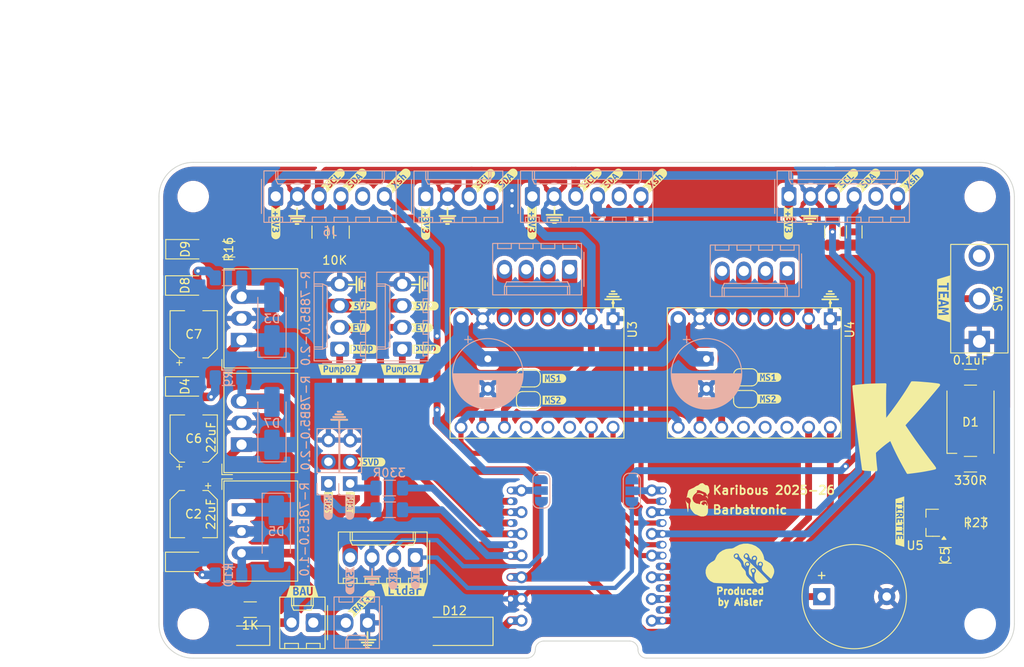
<source format=kicad_pcb>
(kicad_pcb (version 20241229) (generator "pcbnew") (generator_version "9.0")
  (layers (0 "F.Cu" signal "Front") (2 "B.Cu" signal "Back") (13 "F.Paste" user) (15 "B.Paste" user) (5 "F.SilkS" user "F.Silkscreen") (7 "B.SilkS" user "B.Silkscreen") (1 "F.Mask" user) (3 "B.Mask" user) (25 "Edge.Cuts" user))
  (net 0 "")
  (net 1 "GND")
  (net 2 "Net-(D2-A)")
  (net 3 "+5VP")
  (net 4 "+3.3V")
  (net 5 "Net-(D8-A)")
  (net 6 "Net-(D9-A)")
  (net 8 "Net-(D1-DIN)")
  (net 9 "RX")
  (net 10 "TX")
  (net 11 "Tirette")
  (net 12 "Net-(D12-K)")
  (net 13 "LED_Status")
  (net 14 "+5VL")
  (net 15 "Color_Team")
  (net 16 "SCL")
  (net 17 "SDA")
  (net 18 "+5VD")
  (net 19 "XSHUT_RIGHT")
  (net 20 "XSHUT_LEFT")
  (net 21 "LeftDir")
  (net 22 "LeftStep")
  (net 23 "LeftMS2")
  (net 24 "LeftMS1")
  (net 25 "EnDriver")
  (net 26 "RightDir")
  (net 27 "RightStep")
  (net 28 "+BATT")
  (net 29 "Net-(J2-Pin_1)")
  (net 30 "Net-(J3-Pin_1)")
  (net 31 "Servo01")
  (net 32 "Servo02")
  (net 35 "XSHUT_CENTER")
  (net 36 "+9V")
  (net 37 "Buzzer")
  (net 39 "Net-(J13-Pin_4)")
  (net 40 "Net-(J13-Pin_1)")
  (net 41 "Net-(J13-Pin_2)")
  (net 42 "Net-(J13-Pin_3)")
  (net 43 "Net-(J14-Pin_1)")
  (net 44 "Net-(J14-Pin_2)")
  (net 45 "Net-(J14-Pin_4)")
  (net 46 "Net-(J14-Pin_3)")
  (net 47 "Net-(JP1-C)")
  (net 48 "Net-(JP4-C)")
  (net 50 "Net-(D4-A)")
  (net 51 "Net-(D6-A)")
  (net 58 "RightMS1")
  (net 59 "RightMS2")
  (net 60 "S_EV_01")
  (net 61 "S_PUMP_01")
  (net 62 "S_PUMP_02")
  (net 63 "S_EV_02")
  (footprint "MountingHole:MountingHole_3.2mm_M3" (layer "F.Cu") (at 84 119)
    (property "Reference" "H2" (hide yes))
    (property "Value" "MountingHole")
  )
  (footprint "LOGO" (layer "F.Cu") (at 104.384 120.88)
    (property "Reference" "G***" (hide yes))
    (property "Value" "LOGO" (hide yes))
  )
  (footprint "LOGO" (layer "F.Cu") (at 147.945 111.99)
    (property "Reference" "G***" (hide yes))
    (property "Value" "LOGO" (hide yes))
  )
  (footprint "MountingHole:MountingHole_3.2mm_M3" (layer "F.Cu") (at 84 69)
    (property "Reference" "H4" (hide yes))
    (property "Value" "MountingHole")
  )
  (footprint "kibuzzard-6998F8A6" (layer "F.Cu") (at 111.060989 81.797023)
    (property "Reference" "kibuzzard-6998F8A6" (hide yes))
    (property "Value" "G***" (hide yes))
  )
  (footprint "TMC2209_SILENTSTEPSTICK:MODULE_TMC2209_SILENTSTEPSTICK" (layer "F.Cu") (at 124.196 89.638 -90)
    (property "Reference" "U3")
    (property "Value" "TMC2209_SILENTSTEPSTICK")
  )
  (footprint "MountingHole:MountingHole_3.2mm_M3" (layer "F.Cu") (at 176 119)
    (property "Reference" "H1" (hide yes))
    (property "Value" "MountingHole")
  )
  (footprint "Converter_DCDC:Converter_DCDC_RECOM_R-78B-2.0_THT" (layer "F.Cu") (at 89.652 98.02 90)
    (property "Reference" "U6" (hide yes))
    (property "Value" "R-78B5.0-2.0")
  )
  (footprint "kibuzzard-670C047F" (layer "F.Cu") (at 103.749 116.562 45)
    (property "Reference" "kibuzzard-670C047F" (hide yes))
    (property "Value" "G***" (hide yes))
  )
  (footprint "kibuzzard-6998FAED" (layer "F.Cu") (at 102.950908 67.042488 45)
    (property "Reference" "kibuzzard-6998FAED" (hide yes))
    (property "Value" "G***" (hide yes))
  )
  (footprint "Capacitor_SMD:CP_Elec_5x5.4" (layer "F.Cu") (at 84.064 106.148 -90)
    (property "Reference" "C2")
    (property "Value" "22uF")
  )
  (footprint "Converter_DCDC:Converter_DCDC_RECOM_R-78E-0.5_THT" (layer "F.Cu") (at 89.652 105.640001 -90)
    (property "Reference" "U1" (hide yes))
    (property "Value" "R-78E5.0-1.0")
  )
  (footprint "Connector_Molex:Molex_KK-254_AE-6410-04A_1x04_P2.54mm_Vertical" (layer "F.Cu") (at 109.972 111.228 180)
    (property "Reference" "J11" (hide yes))
    (property "Value" "Conn_01x04")
  )
  (footprint "Diode_SMD:D_SMA_Handsoldering" (layer "F.Cu") (at 114.544 119.864 180)
    (property "Reference" "D12")
    (property "Value" "SS14")
  )
  (footprint "kibuzzard-670C04A5" (layer "F.Cu") (at 153.578503 72.078018 -90)
    (property "Reference" "kibuzzard-670C04A5" (hide yes))
    (property "Value" "G***" (hide yes))
  )
  (footprint "kibuzzard-6998F8EA" (layer "F.Cu") (at 101.127478 89.257)
    (property "Reference" "kibuzzard-6998F8EA" (hide yes))
    (property "Value" "G***" (hide yes))
  )
  (footprint "kibuzzard-670C04A5" (layer "F.Cu") (at 111.172077 72.132591 -90)
    (property "Reference" "kibuzzard-670C04A5" (hide yes))
    (property "Value" "G***" (hide yes))
  )
  (footprint "kibuzzard-6998FB46" (layer "F.Cu") (at 108.070237 67.070049 45)
    (property "Reference" "kibuzzard-6998FB46" (hide yes))
    (property "Value" "G***" (hide yes))
  )
  (footprint "LED_SMD:LED_1206_3216Metric" (layer "F.Cu") (at 90.668 120.372 180)
    (property "Reference" "D2" (hide yes))
    (property "Value" "Red")
  )
  (footprint "Resistor_SMD:R_1206_3216Metric_Pad1.30x1.75mm_HandSolder" (layer "F.Cu") (at 90.668 117.324)
    (property "Reference" "R8" (hide yes))
    (property "Value" "1K")
  )
  (footprint "kibuzzard-6998FA9D" (layer "F.Cu") (at 117.984533 67.079407 45)
    (property "Reference" "kibuzzard-6998FA9D" (hide yes))
    (property "Value" "G***" (hide yes))
  )
  (footprint "kibuzzard-6998FAED" (layer "F.Cu") (at 120.603908 67.042488 45)
    (property "Reference" "kibuzzard-6998FAED" (hide yes))
    (property "Value" "G***" (hide yes))
  )
  (footprint "kibuzzard-6998FA9D" (layer "F.Cu") (at 130.438487 67.006577 45)
    (property "Reference" "kibuzzard-6998FA9D" (hide yes))
    (property "Value" "G***" (hide yes))
  )
  (footprint "kibuzzard-6998F9AD" (layer "F.Cu") (at 104.833922 100.052)
    (property "Reference" "kibuzzard-6998F9AD" (hide yes))
    (property "Value" "G***" (hide yes))
  )
  (footprint "Jumper:SolderJumper-2_P1.3mm_Open_RoundedPad1.0x1.5mm" (layer "F.Cu") (at 148.58 90.146 180)
    (property "Reference" "JP5" (hide yes))
    (property "Value" "SolderJumper_2_Open" (hide yes))
  )
  (footprint "Resistor_SMD:R_1206_3216Metric_Pad1.30x1.75mm_HandSolder" (layer "F.Cu") (at 161.28 73.128 90)
    (property "Reference" "R4" (hide yes))
    (property "Value" "10K" (hide yes))
  )
  (footprint "LOGO" (layer "F.Cu") (at 113.730307 71.290505)
    (property "Reference" "G***" (hide yes))
    (property "Value" "LOGO" (hide yes))
  )
  (footprint "kibuzzard-6998FE5D" (layer "F.Cu") (at 126.228 90.273)
    (property "Reference" "kibuzzard-6998FE5D" (hide yes))
    (property "Value" "G***" (hide yes))
  )
  (footprint "Buzzer_Beeper:Buzzer_12x9.5RM7.6" (layer "F.Cu") (at 157.48 115.8)
    (property "Reference" "BZ1" (hide yes))
    (property "Value" "Buzzer")
  )
  (footprint "Resistor_SMD:R_1206_3216Metric_Pad1.30x1.75mm_HandSolder" (layer "F.Cu") (at 175.504 107.164 -90)
    (property "Reference" "R23")
    (property "Value" "10K")
  )
  (footprint "Capacitor_SMD:CP_Elec_5x5.4" (layer "F.Cu") (at 84.064 97.3065 90)
    (property "Reference" "C6")
    (property "Value" "22uF")
  )
  (footprint "Connector_Molex:Molex_KK-254_AE-6410-02A_1x02_P2.54mm_Vertical" (layer "F.Cu") (at 98.039 118.848 180)
    (property "Reference" "J15" (hide yes))
    (property "Value" "BAU")
  )
  (footprint "Jumper:SolderJumper-2_P1.3mm_Open_RoundedPad1.0x1.5mm" (layer "F.Cu") (at 148.58 92.686 180)
    (property "Reference" "JP6" (hide yes))
    (property "Value" "SolderJumper_2_Open" (hide yes))
  )
  (footprint "LOGO" (layer "F.Cu") (at 110.501689 79.280629 90)
    (property "Reference" "G***" (hide yes))
    (property "Value" "LOGO" (hide yes))
  )
  (footprint "LOGO" (layer "F.Cu") (at 142.940124 104.473433)
    (property "Reference" "G***" (hide yes))
    (property "Value" "LOGO" (hide yes))
  )
  (footprint "kibuzzard-6998FA9D" (layer "F.Cu") (at 160.422201 67.052792 45)
    (property "Reference" "kibuzzard-6998FA9D" (hide yes))
    (property "Value" "G***" (hide yes))
  )
  (footprint "kibuzzard-6998F954" (layer "F.Cu") (at 99.812 105.005 -90)
    (property "Reference" "kibuzzard-6998F954" (hide yes))
    (property "Value" "G***" (hide yes))
  )
  (footprint "LED_SMD:LED_1206_3216Metric" (layer "F.Cu") (at 83.048 111.736)
    (property "Reference" "D6" (hide yes))
    (property "Value" "Green")
  )
  (footprint "LED_SMD:LED_1206_3216Metric" (layer "F.Cu") (at 83.048 91.2105)
    (property "Reference" "D4")
    (property "Value" "Green")
  )
  (footprint "Package_TO_SOT_SMD:SOT-23_Handsoldering" (layer "F.Cu") (at 170.424 107.164 180)
    (property "Reference" "U5")
    (property "Value" "DRV5023")
  )
  (footprint "kibuzzard-6998FE5D" (layer "F.Cu") (at 151.374 90.146)
    (property "Reference" "kibuzzard-6998FE5D" (hide yes))
    (property "Value" "G***" (hide yes))
  )
  (footprint "kibuzzard-6998F8A6" (layer "F.Cu") (at 103.821989 81.797023)
    (property "Reference" "kibuzzard-6998F8A6" (hide yes))
    (property "Value" "G***" (hide yes))
  )
  (footprint "xiao ESP32S3 Plus_PCB:MOUDLE23P-SMD-2.54-21X17.8MM.kicad_mod.kicad_sym" (layer "F.Cu") (at 130 111 -90)
    (property "Reference" "U2" (hide yes))
    (property "Value" "XIAO-HALF-HOLE-23P" (hide yes))
  )
  (footprint "LOGO" (layer "F.Cu") (at 158.471234 81.001015 180)
    (property "Reference" "G***" (hide yes))
    (property "Value" "LOGO" (hide yes))
  )
  (footprint "kibuzzard-6998FAED" (layer "F.Cu") (at 162.987371 67.041414 45)
    (property "Reference" "kibuzzard-6998FAED" (hide yes))
    (property "Value" "G***" (hide yes))
  )
  (footprint "LED_SMD:LED_1206_3216Metric" (layer "F.Cu") (at 83.074001 75.16)
    (property "Reference" "D9")
    (property "Value" "Green")
  )
  (footprint "Resistor_SMD:R_1206_3216Metric_Pad1.30x1.75mm_HandSolder" (layer "F.Cu") (at 158.74 73.128 90)
    (property "Reference" "R2" (hide yes))
    (property "Value" "10K" (hide yes))
  )
  (footprint "kibuzzard-6998FA9D" (layer "F.Cu") (at 100.410908 67.042488 45)
    (property "Reference" "kibuzzard-6998FA9D" (hide yes))
    (property "Value" "G***" (hide yes))
  )
  (footprint "Jumper:SolderJumper-2_P1.3mm_Open_RoundedPad1.0x1.5mm" (layer "F.Cu") (at 123.192 90.27 180)
    (property "Reference" "JP2" (hide yes))
    (property "Value" "SolderJumper_2_Open" (hide yes))
  )
  (footprint "Resistor_SMD:R_1206_3216Metric_Pad1.30x1.75mm_HandSolder" (layer "F.Cu") (at 88.154001 75.16)
    (property "Reference" "R16")
    (property "Value" "1K")
  )
  (footprint "kibuzzard-6998FE66" (layer "F.Cu") (at 151.374 92.686)
    (property "Reference" "kibuzzard-6998FE66" (hide yes))
    (property "Value" "G***" (hide yes))
  )
  (footprint "kibuzzard-6998F94E" (layer "F.Cu") (at 102.36953 105.012753 -90)
    (property "Reference" "kibuzzard-6998F94E" (hide yes))
    (property "Value" "G***" (hide yes))
  )
  (footprint "TMC2209_SILENTSTEPSTICK:MODULE_TMC2209_SILENTSTEPSTICK" (layer "F.Cu") (at 149.596 89.638 -90)
    (property "Reference" "U4")
    (property "Value" "TMC2209_SILENTSTEPSTICK")
  )
  (footprint "LOGO" (layer "F.Cu") (at 156.084438 71.290438)
    (property "Reference" "G***" (hide yes))
    (property "Value" "LOGO" (hide yes))
  )
  (footprint "kibuzzard-6998F92F" (layer "F.Cu") (at 111.284555 86.849514)
    (property "Reference" "kibuzzard-6998F92F" (hide yes))
    (property "Value" "G***" (hide yes))
  )
  (footprint "Resistor_SMD:R_1206_3216Metric_Pad1.30x1.75mm_HandSolder" (layer "F.Cu") (at 98.796 73.154001 90)
    (property "Reference" "R1" (hide yes))
    (property "Value" "10K")
  )
  (footprint "kibuzzard-6998F900" (layer "F.Cu") (at 103.396296 84.337023)
    (property "Reference" "kibuzzard-6998F900" (hide yes))
    (property "Value" "G***" (hide yes))
  )
  (footprint "kibuzzard-6998F8DE" (layer "F.Cu") (at 108.448 89.257)
    (property "Reference" "kibuzzard-6998F8DE" (hide yes))
    (property "Value" "G***" (hide yes))
  )
  (footprint "kibuzzard-670C04A5" (layer "F.Cu") (at 123.610191 72.068599 -90)
    (property "Reference" "kibuzzard-670C04A5" (hide yes))
    (property "Value" "G***" (hide yes))
  )
  (footprint "Capacitor_SMD:CP_Elec_5x5.4" (layer "F.Cu") (at 84.064 85.1145 90)
    (property "Reference" "C7")
    (property "Value" "22uF")
  )
  (footprint "LED_SMD:LED_WS2812B_PLCC4_5.0x5.0mm_P3.2mm" (layer "F.Cu") (at 174.87 95.39 -90)
    (property "Reference" "D1")
    (property "Value" "WS2812B")
  )
  (footprint "Capacitor_SMD:C_1206_3216Metric" (layer "F.Cu") (at 174.87 90.15)
    (property "Reference" "C1")
    (property "Value" "0.1uF")
  )
  (footprint "LOGO" (layer "F.Cu") (at 101.082 95.099 180)
    (property "Reference" "G***" (hide yes))
    (property "Value" "LOGO" (hide yes))
  )
  (footprint "Resistor_SMD:R_1206_3216Metric_Pad1.30x1.75mm_HandSolder" (layer "F.Cu") (at 174.87 100.31 180)
    (property "Reference" "R7" (hide yes))
    (property "Value" "330R")
  )
  (footprint "kibuzzard-6998F92F" (layer "F.Cu") (at 103.918555 86.849514)
    (property "Reference" "kibuzzard-6998F92F" (hide yes))
    (property "Value" "G***" (hide yes))
  )
  (footprint "kibuzzard-6998F5D7" (layer "F.Cu") (at 96.764 115.165)
    (property "Reference" "kibuzzard-6998F5D7" (hide yes))
    (property "Value" "G***" (hide yes))
  )
  (footprint "Jumper:SolderJumper-2_P1.3mm_Open_RoundedPad1.0x1.5mm" (layer "F.Cu") (at 123.192 92.81 180)
    (property "Reference" "JP3" (hide yes))
    (property "Value" "SolderJumper_2_Open")
  )
  (footprint "kibuzzard-670C0507" (layer "F.Cu") (at 171.727678 80.972729 -90)
    (property "Reference" "kibuzzard-670C0507" (hide yes))
    (property "Value" "G***" (hide yes))
  )
  (footprint "Converter_DCDC:Converter_DCDC_RECOM_R-78B-2.0_THT" (layer "F.Cu") (at 89.652 85.788 90)
    (property "Reference" "U7" (hide yes))
    (property "Value" "R-78B5.0-2.0")
  )
  (footprint "LOGO" (layer "F.Cu") (at 103.116838 79.294429 90)
    (property "Reference" "G***" (hide yes))
    (property "Value" "LOGO" (hide yes))
  )
  (footprint "footprints:SK-12D10 1P2T" (layer "F.Cu") (at 175.906 80.946 90)
    (property "Reference" "SW3")
    (property "Value" "SW_SPDT")
  )
  (footprint "kibuzzard-670C23C9" (layer "F.Cu") (at 166.614 107.037 -90)
    (property "Reference" "kibuzzard-670C23C9" (hide yes))
    (property "Value" "G***" (hide yes))
  )
  (footprint "kibuzzard-6998F5BE" (layer "F.Cu") (at 108.702 115.038)
    (property "Reference" "kibuzzard-6998F5BE" (hide yes))
    (property "Value" "G***" (hide yes))
  )
  (footprint "LOGO" (layer "F.Cu") (at 126.239438 71.163438)
    (property "Reference" "G***" (hide yes))
    (property "Value" "LOGO" (hide yes))
  )
  (footprint "Resistor_SMD:R_1206_3216Metric_Pad1.30x1.75mm_HandSolder" (layer "F.Cu") (at 101.336 73.154001 90)
    (property "Reference" "R3" (hide yes))
    (property "Value" "10K")
  )
  (footprint "Capacitor_SMD:C_1206_3216Metric_Pad1.33x1.80mm_HandSolder" (layer "F.Cu") (at 171.914 110.974 180)
    (property "Reference" "C5")
    (property "Value" "0.1uF")
  )
  (footprint "LOGO" (layer "F.Cu") (at 133.086 81.002 180)
    (property "Reference" "G***" (hide yes))
    (property "Value" "LOGO" (hide yes))
  )
  (footprint "kibuzzard-670C04A5" (layer "F.Cu") (at 93.654367 72.051068 -90)
    (property "Reference" "kibuzzard-670C04A5" (hide yes))
    (property "Value" "G***" (hide yes))
  )
  (footprint "kibuzzard-6998F900" (layer "F.Cu") (at 110.762296 84.337023)
    (property "Reference" "kibuzzard-6998F900" (hide yes))
    (property "Value" "G***" (hide yes))
  )
  (footprint "kibuzzard-6998FB46" (layer "F.Cu") (at 168.044112 67.06512 45)
    (property "Reference" "kibuzzard-6998FB46" (hide yes))
    (property "Value" "G***" (hide yes))
  )
  (footprint "MountingHole:MountingHole_3.2mm_M3" (layer "F.Cu") (at 176 69)
    (property "Reference" "H3" (hide yes))
    (property "Value" "MountingHole")
  )
  (footprint "LOGO" (layer "F.Cu") (at 96.140438 71.290438)
    (property "Reference" "G***" (hide yes))
    (property "Value" "LOGO" (hide yes))
  )
  (footprint "kibuzzard-6998FAED" (layer "F.Cu") (at 132.922908 67.042488 45)
    (property "Reference" "kibuzzard-6998FAED" (hide yes))
    (property "Value" "G***" (hide yes))
  )
  (footprint "LED_SMD:LED_1206_3216Metric" (layer "F.Cu") (at 83.048 79.402499)
    (property "Reference" "D8")
    (property "Value" "Green")
  )
  (footprint "kibuzzard-6998FE66" (layer "F.Cu") (at 126.228 92.813)
    (property "Reference" "kibuzzard-6998FE66" (hide yes))
    (property "Value" "G***" (hide yes))
  )
  (footprint "kibuzzard-6998FB46" (layer "F.Cu") (at 138.052718 67.06512 45)
    (property "Reference" "kibuzzard-6998FB46" (hide yes))
    (property "Value" "G***" (hide yes))
  )
  (footprint "Connector_Molex:Molex_KK-254_AE-6410-06A_1x06_P2.54mm_Vertical" (layer "B.Cu") (at 123.65 68.98)
    (property "Reference" "J5" (hide yes))
    (property "Value" "Sensor_Center")
  )
  (footprint "LOGO" (layer "B.Cu") (at 101.054435 95.062131)
    (property "Reference" "G***" (hide yes))
    (property "Value" "LOGO" (hide yes))
  )
  (footprint "Connector_Molex:Molex_KK-254_AE-6410-04A_1x04_P2.54mm_Vertical" (layer "B.Cu") (at 101.126 86.844 90)
    (property "Reference" "J8" (hide yes))
    (property "Value" "Conn_01x04")
  )
  (footprint "Jumper:SolderJumper-3_P1.3mm_Open_RoundedPad1.0x1.5mm_NumberLabels" (layer "B.Cu") (at 135.282447 103.419919 -90)
    (property "Reference" "JP1" (hide yes))
    (property "Value" "SolderJumper_3_Open")
  )
  (footprint "Capacitor_THT:CP_Radial_D8.0mm_P3.50mm" (layer "B.Cu") (at 118.446 87.985349 -90)
    (property "Reference" "C3" (hide yes))
    (property "Value" "100uF" (hide yes))
  )
  (footprint "Connector_Molex:Molex_KK-254_AE-6410-06A_1x06_P2.54mm_Vertical" (layer "B.Cu") (at 93.65 68.98)
    (property "Reference" "J6")
    (property "Value" "Sensor_LEFT")
  )
  (footprint "Jumper:SolderJumper-3_P1.3mm_Open_RoundedPad1.0x1.5mm_NumberLabels" (layer "B.Cu") (at 124.704 103.392725 90)
    (property "Reference" "JP4" (hide yes))
    (property "Value" "SolderJumper_3_Open")
  )
  (footprint "Resistor_SMD:R_1206_3216Metric_Pad1.30x1.75mm_HandSolder" (layer "B.Cu") (at 88.128 113.26)
    (property "Reference" "R10")
    (property "Value" "1K")
  )
  (footprint "Connector_Molex:Molex_KK-254_AE-6410-04A_1x04_P2.54mm_Vertical" (layer "B.Cu") (at 111.19 69)
    (property "Reference" "J12" (hide yes))
    (property "Value" "OLED")
  )
  (footprint "kibuzzard-6998F9AD" (layer "B.Cu") (at 102.32342 113.915023 -90)
    (property "Reference" "kibuzzard-6998F9AD" (hide yes))
    (property "Value" "G***" (hide yes))
  )
  (footprint "Diode_SMD:D_SMA_Handsoldering" (layer "B.Cu") (at 93.208 83.2905 90)
    (property "Reference" "D3")
    (property "Value" "D_Small")
  )
  (footprint "Connector_PinHeader_2.54mm:PinHeader_1x03_P2.54mm_Vertical" (layer "B.Cu") (at 99.812 102.562)
    (property "Reference" "J3" (hide yes))
    (property "Value" "Servo")
  )
  (footprint "Connector_PinHeader_2.54mm:PinHeader_1x03_P2.54mm_Vertical" (layer "B.Cu") (at 102.352 102.577)
    (property "Reference" "J2" (hide yes))
    (property "Value" "Servo")
  )
  (footprint "kibuzzard-670C07A3" (layer "B.Cu") (at 109.972 113.641 -90)
    (property "Reference" "kibuzzard-670C07A3" (hide yes))
    (property "Value" "G***" (hide yes))
  )
  (footprint "Capacitor_THT:CP_Radial_D8.0mm_P3.50mm" (layer "B.Cu") (at 144.008 87.985349 -90)
    (property "Reference" "C4" (hide yes))
    (property "Value" "100uF" (hide yes))
  )
  (footprint "Resistor_SMD:R_1206_3216Metric_Pad1.30x1.75mm_HandSolder" (layer "B.Cu") (at 88.128 90.1945)
    (property "Reference" "R9")
    (property "Value" "1K")
  )
  (footprint "Diode_SMD:D_SMA_Handsoldering" (layer "B.Cu") (at 93.716 108.22 -90)
    (property "Reference" "D5")
    (property "Value" "D_Small")
  )
  (footprint "Diode_SMD:D_SMA_Handsoldering" (layer "B.Cu") (at 93.208 95.5225 90)
    (property "Reference" "D7")
    (property "Value" "D_Small")
  )
  (footprint "Connector_Molex:Molex_KK-254_AE-6410-04A_1x04_P2.54mm_Vertical" (layer "B.Cu") (at 108.448 86.844 90)
    (property "Reference" "J7" (hide yes))
    (property "Value" "Conn_01x04")
  )
  (footprint "kibuzzard-670C0798" (layer "B.Cu") (at 107.358347 113.682707 -90)
    (property "Reference" "kibuzzard-670C0798" (hide yes))
    (property "Value" "G***" (hide yes))
  )
  (footprint "Resistor_SMD:R_1206_3216Metric_Pad1.30x1.75mm_HandSolder" (layer "B.Cu") (at 106.924 105.64 180)
    (property "Reference" "R6" (hide yes))
    (property "Value" "330R")
  )
  (footprint "LOGO" (layer "B.Cu") (at 104.915954 113.485771 180)
    (property "Reference" "G***" (hide yes))
    (property "Value" "LOGO" (hide yes))
  )
  (footprint "Connector_Molex:Molex_KK-254_AE-6410-02A_1x02_P2.54mm_Vertical" (layer "B.Cu") (at 104.389 118.868 180)
    (property "Reference" "J1" (hide yes))
    (property "Value" "Con_Batt")
  )
  (footprint "Resistor_SMD:R_1206_3216Metric_Pad1.30x1.75mm_HandSolder" (layer "B.Cu") (at 88.128 78.5105)
    (property "Reference" "R15" (hide yes))
    (property "Value" "1K")
  )
  (footprint "Connector_Molex:Molex_KK-254_AE-6410-04A_1x04_P2.54mm_Vertical" (layer "B.Cu") (at 153.452 77.7 180)
    (property "Reference" "J14" (hide yes))
    (property "Value" "LeftMotor")
  )
  (footprint "Resistor_SMD:R_1206_3216Metric_Pad1.30x1.75mm_HandSolder" (layer "B.Cu") (at 106.924 103.1 180)
    (property "Reference" "R5" (hide yes))
    (property "Value" "330R")
  )
  (footprint "kibuzzard-6998F94E" (layer "B.Cu") (at 102.30264 105.356718 -90)
    (property "Reference" "kibuzzard-6998F94E" (hide yes))
    (property "Value" "G***" (hide yes))
  )
  (footprint "kibuzzard-6998F954" (layer "B.Cu") (at 99.787046 105.379035 -90)
    (property "Reference" "kibuzzard-6998F954" (hide yes))
    (property "Value" "G***" (hide yes))
  )
  (footprint "Connector_Molex:Molex_KK-254_AE-6410-06A_1x06_P2.54mm_Vertical" (layer "B.Cu") (at 153.65 68.98)
    (property "Reference" "J4" (hide yes))
    (property "Value" "Sensor_RIGHT")
  )
  (footprint "Connector_Molex:Molex_KK-254_AE-6410-04A_1x04_P2.54mm_Vertical" (layer "B.Cu") (at 128.010707 77.513039 180)
    (property "Reference" "J13" (hide yes))
    (property "Value" "RightMotor")
  )
  (gr_poly (pts (xy 167.263627 100.847869) (xy 167.059756 100.484455) (xy 166.855347 100.109194) (xy 166.653074 99.727352) (xy 166.455615 99.344194) (xy 166.265644 98.964986) (xy 166.08584 98.594995) (xy 165.918876 98.239485) (xy 165.76743 97.903723) (xy 165.549682 97.409453) (xy 165.310683 97.576007) (xy 165.144678 97.694426) (xy 164.973304 97.82195) (xy 164.797867 97.957516) (xy 164.619673 98.100063) (xy 164.440028 98.248528) (xy 164.260239 98.401849) (xy 164.081612 98.558963) (xy 163.905452 98.718809) (xy 163.68592 98.921189) (xy 163.691658 99.148137) (xy 163.697295 99.280656) (xy 163.70806 99.454155) (xy 163.740888 99.876299) (xy 163.781973 100.318985) (xy 163.80306 100.518161) (xy 163.823147 100.686627) (xy 163.830585 100.748152) (xy 163.836625 100.806105) (xy 163.841198 100.859178) (xy 163.844236 100.906064) (xy 163.845672 100.945453) (xy 163.845438 100.976038) (xy 163.844674 100.987621) (xy 163.843466 100.996512) (xy 163.841808 101.002547) (xy 163.839689 101.005565) (xy 163.822516 101.007874) (xy 163.783067 101.008611) (xy 163.648705 101.005953) (xy 163.237656 100.988201) (xy 162.78834 100.961666) (xy 162.606144 100.948029) (xy 162.482557 100.935706) (xy 162.321353 100.914742) (xy 162.180062 99.893237) (xy 162.025389 98.742573) (xy 161.865198 97.49351) (xy 161.712328 96.248349) (xy 161.57962 95.109391) (xy 161.329227 92.723196) (xy 161.224152 91.652401) (xy 161.186484 91.200067) (xy 161.22408 91.192782) (xy 161.320553 91.179471) (xy 161.641238 91.140469) (xy 162.050751 91.094445) (xy 162.451303 91.052789) (xy 162.563936 91.043381) (xy 162.708531 91.033911) (xy 163.069644 91.015812) (xy 163.486719 91.000547) (xy 163.911831 90.990171) (xy 164.913424 90.972602) (xy 164.888923 91.398716) (xy 164.873028 92.165904) (xy 164.870389 93.350105) (xy 164.87964 94.474207) (xy 164.888297 94.864622) (xy 164.899414 95.061096) (xy 164.92364 95.218042) (xy 165.355864 94.661375) (xy 165.714456 94.192275) (xy 166.068106 93.715314) (xy 166.414041 93.234526) (xy 166.749491 92.753945) (xy 167.071681 92.277604) (xy 167.377841 91.809537) (xy 167.665198 91.353779) (xy 167.93098 90.914362) (xy 168.031598 90.744111) (xy 168.210241 90.744111) (xy 168.51296 90.753511) (xy 168.926394 90.778843) (xy 169.903122 90.860096) (xy 170.375277 90.907411) (xy 170.775865 90.95345) (xy 171.059319 90.99391) (xy 171.142879 91.010703) (xy 171.180066 91.024489) (xy 171.183171 91.027481) (xy 171.183846 91.028214) (xy 171.184454 91.028973) (xy 171.184984 91.029776) (xy 171.185422 91.030637) (xy 171.185755 91.031574) (xy 171.185971 91.032602) (xy 171.186057 91.033739) (xy 171.186 91.035) (xy 171.185787 91.036401) (xy 171.185406 91.03796) (xy 171.184843 91.039692) (xy 171.184087 91.041614) (xy 171.183123 91.043741) (xy 171.18194 91.046091) (xy 171.180525 91.04868) (xy 171.178864 91.051524) (xy 171.176946 91.054638) (xy 171.174756 91.058041) (xy 171.169514 91.065774) (xy 171.163036 91.074852) (xy 171.155218 91.085408) (xy 171.14596 91.097571) (xy 171.135158 91.111471) (xy 171.12271 91.127239) (xy 171.108515 91.145007) (xy 171.092469 91.164903) (xy 171.074471 91.18706) (xy 171.054418 91.211607) (xy 171.032207 91.238674) (xy 170.980906 91.300895) (xy 170.91975 91.374765) (xy 170.847918 91.461329) (xy 170.66896 91.676719) (xy 169.829237 92.675215) (xy 169.020461 93.613211) (xy 168.26395 94.466309) (xy 167.581026 95.210117) (xy 167.477777 95.321188) (xy 167.385393 95.422663) (xy 167.304958 95.513252) (xy 167.237556 95.591671) (xy 167.18427 95.65663) (xy 167.146184 95.706843) (xy 167.13318 95.726017) (xy 167.124381 95.741022) (xy 167.119925 95.751696) (xy 167.119367 95.755359) (xy 167.119946 95.75788) (xy 167.186902 95.863479) (xy 167.304268 96.041371) (xy 167.638221 96.537411) (xy 168.017802 97.092751) (xy 168.339006 97.554141) (xy 168.772532 98.154498) (xy 169.324425 98.902816) (xy 169.897881 99.668828) (xy 170.396095 100.32227) (xy 170.464631 100.411833) (xy 170.527739 100.496171) (xy 170.584098 100.573384) (xy 170.632385 100.641569) (xy 170.67128 100.698823) (xy 170.699459 100.743246) (xy 170.709118 100.760051) (xy 170.715602 100.772934) (xy 170.718746 100.781659) (xy 170.719014 100.784387) (xy 170.718386 100.785987) (xy 170.703177 100.792656) (xy 170.6691 100.802619) (xy 170.551424 100.831014) (xy 170.379516 100.868335) (xy 170.167538 100.911748) (xy 169.680009 101.005506) (xy 169.432778 101.05018) (xy 169.202115 101.089604) (xy 168.882431 101.139302) (xy 168.511909 101.191663) (xy 168.101576 101.245191) (xy 167.662457 101.29839) (xy 167.529217 101.313952) (xy 167.263627 100.847869)) (stroke (width 0.264582)) (fill yes) (layer "F.SilkS"))
  (gr_arc (start 135 121) (mid 135.707107 121.292893) (end 136 122) (stroke (width 0.1)) (layer "Edge.Cuts"))
  (gr_arc (start 180 119) (mid 178.828427 121.828427) (end 176 123) (stroke (width 0.1)) (layer "Edge.Cuts"))
  (gr_arc (start 176 65) (mid 178.828427 66.171573) (end 180 69) (stroke (width 0.1)) (layer "Edge.Cuts"))
  (gr_line (start 180 69) (end 180 119) (stroke (width 0.1)) (layer "Edge.Cuts"))
  (gr_line (start 84 123) (end 123 123) (stroke (width 0.1)) (layer "Edge.Cuts"))
  (gr_line (start 80 119) (end 80 69) (stroke (width 0.1)) (layer "Edge.Cuts"))
  (gr_arc (start 124 122) (mid 123.707107 122.707107) (end 123 123) (stroke (width 0.1)) (layer "Edge.Cuts"))
  (gr_line (start 137 123) (end 176 123) (stroke (width 0.1)) (layer "Edge.Cuts"))
  (gr_arc (start 124 122) (mid 124.292893 121.292893) (end 125 121) (stroke (width 0.1)) (layer "Edge.Cuts"))
  (gr_arc (start 84 123) (mid 81.171573 121.828427) (end 80 119) (stroke (width 0.1)) (layer "Edge.Cuts"))
  (gr_line (start 125 121) (end 135 121) (stroke (width 0.1)) (layer "Edge.Cuts"))
  (gr_arc (start 80 69) (mid 81.171573 66.171573) (end 84 65) (stroke (width 0.1)) (layer "Edge.Cuts"))
  (gr_line (start 84 65) (end 176 65) (stroke (width 0.1)) (layer "Edge.Cuts"))
  (gr_arc (start 137 123) (mid 136.292893 122.707107) (end 136 122) (stroke (width 0.1)) (layer "Edge.Cuts"))
  (gr_text "Karibous 2025-26" (at 151.882 103.354 0) (layer "F.SilkS") (effects (font (size 1 1) (thickness 0.2))))
  (gr_text "Barbatronic" (at 149.088 105.64 0) (layer "F.SilkS") (effects (font (size 1 1) (thickness 0.2))))
  (gr_text "Produced\nby Aisler" (at 147.945 115.8 0) (layer "F.SilkS") (effects (font (size 0.8 0.8) (thickness 0.2))))
  (via (at 121.275 68.302) (size 0.8) (drill 0.4) (layers "F.Cu" "B.Cu") (net 1))
  (via (at 121.275 70.08) (size 0.8) (drill 0.4) (layers "F.Cu" "B.Cu") (net 1))
  (segment (start 89.268001 120.372) (end 89.268001 118.848) (width 0.8) (layer "F.Cu") (net 2))
  (segment (start 89.117999 118.697998) (end 89.117999 117.324) (width 0.8) (layer "F.Cu") (net 2))
  (segment (start 89.268001 118.848) (end 89.117999 118.697998) (width 0.8) (layer "F.Cu") (net 2))
  (segment (start 101.126 81.764) (end 94.732 81.764) (width 1.6) (layer "F.Cu") (net 3))
  (segment (start 94.732 81.764) (end 93.676 80.708) (width 1.6) (layer "F.Cu") (net 3))
  (segment (start 93.676 80.708) (end 89.652 80.708) (width 1.6) (layer "F.Cu") (net 3))
  (segment (start 101.126 81.764) (end 108.448 81.764) (width 1.6) (layer "F.Cu") (net 3))
  (segment (start 89.652 80.708) (end 93.1255 80.708) (width 1.6) (layer "B.Cu") (net 3))
  (segment (start 89.678001 80.681999) (end 89.652 80.708) (width 1) (layer "B.Cu") (net 3))
  (segment (start 89.678001 78.5105) (end 89.678001 80.681999) (width 1) (layer "B.Cu") (net 3))
  (segment (start 93.1255 80.708) (end 93.208 80.7905) (width 1.6) (layer "B.Cu") (net 3))
  (segment (start 168.693 120.071) (end 173.4765 115.2875) (width 1) (layer "F.Cu") (net 4))
  (segment (start 121.11 113.54) (end 122.38 113.54) (width 1) (layer "F.Cu") (net 4))
  (segment (start 130.275988 113.54) (end 136.806988 120.071) (width 1) (layer "F.Cu") (net 4))
  (segment (start 128.39 90.27) (end 130.546 88.114) (width 0.8) (layer "F.Cu") (net 4))
  (segment (start 175.504 110.212) (end 174.742 110.974) (width 1) (layer "F.Cu") (net 4))
  (segment (start 153.65 71.594) (end 153.65 68.98) (width 1) (layer "F.Cu") (net 4))
  (segment (start 156.734001 74.678001) (end 155.692 73.636) (width 1) (layer "F.Cu") (net 4))
  (segment (start 155.946 73.89) (end 155.946 83.288) (width 1) (layer "F.Cu") (net 4))
  (segment (start 101.336 74.704002) (end 98.796 74.704002) (width 1) (layer "F.Cu") (net 4))
  (segment (start 155.946 83.288) (end 155.946 87.606) (width 0.8) (layer "F.Cu") (net 4))
  (segment (start 178.455001 94.331001) (end 177.064 92.94) (width 1) (layer "F.Cu") (net 4))
  (segment (start 173.4765 115.2875) (end 173.4765 110.974) (width 1) (layer "F.Cu") (net 4))
  (segment (start 122.38 113.54) (end 123.192703 113.54) (width 1) (layer "F.Cu") (net 4))
  (segment (start 158.74 74.678001) (end 156.734001 74.678001) (width 1) (layer "F.Cu") (net 4))
  (segment (start 155.692 73.636) (end 153.65 71.594) (width 1) (layer "F.Cu") (net 4))
  (segment (start 174.742 110.974) (end 173.4765 110.974) (width 1) (layer "F.Cu") (net 4))
  (segment (start 122.38 113.54) (end 130.275988 113.54) (width 1) (layer "F.Cu") (net 4))
  (segment (start 124.196 112.536703) (end 124.196 102.084) (width 1) (layer "F.Cu") (net 4))
  (segment (start 173.406 108.114) (end 174.006 108.714) (width 0.6) (layer "F.Cu") (net 4))
  (segment (start 171.924 108.114) (end 173.406 108.114) (width 0.6) (layer "F.Cu") (net 4))
  (segment (start 136.806988 120.071) (end 168.693 120.071) (width 1) (layer "F.Cu") (net 4))
  (segment (start 89.704002 75.16) (end 89.780924 75.083078) (width 1) (layer "F.Cu") (net 4))
  (segment (start 175.504 108.714) (end 175.504 110.212) (width 1) (layer "F.Cu") (net 4))
  (segment (start 93.65 73.702) (end 92.192 75.16) (width 1) (layer "F.Cu") (net 4))
  (segment (start 130.546 88.114) (end 130.546 83.288) (width 0.8) (layer "F.Cu") (net 4))
  (segment (start 110.988 77.7) (end 107.992002 74.704002) (width 1) (layer "F.Cu") (net 4))
  (segment (start 161.28 74.678001) (end 158.74 74.678001) (width 1) (layer "F.Cu") (net 4))
  (segment (start 93.65 71.538) (end 93.65 73.702) (width 1) (layer "F.Cu") (net 4))
  (segment (start 123.842 92.81) (end 123.842 90.27) (width 0.8) (layer "F.Cu") (net 4))
  (segment (start 176.345001 91.497001) (end 176.345001 90.15) (width 0.6) (layer "F.Cu") (net 4))
  (segment (start 110.988 95.988) (end 110.988 77.7) (width 1) (layer "F.Cu") (net 4))
  (segment (start 176.52 91.672) (end 176.345001 91.497001) (width 0.6) (layer "F.Cu") (net 4))
  (segment (start 149.23 92.686) (end 149.23 90.146) (width 0.8) (layer "F.Cu") (net 4))
  (segment (start 155.946 87.606) (end 153.406 90.146) (width 0.8) (layer "F.Cu") (net 4))
  (segment (start 124.196 102.084) (end 123.18 101.068) (width 1) (layer "F.Cu") (net 4))
  (segment (start 123.18 101.068) (end 116.068 101.068) (width 1) (layer "F.Cu") (net 4))
  (segment (start 153.406 90.146) (end 149.23 90.146) (width 0.8) (layer "F.Cu") (net 4))
  (segment (start 173.4765 115.2875) (end 178.455001 110.308999) (width 1) (layer "F.Cu") (net 4))
  (segment (start 94.652002 74.704002) (end 98.796 74.704002) (width 1) (layer "F.Cu") (net 4))
  (segment (start 178.455001 110.308999) (end 178.455001 94.331001) (width 1) (layer "F.Cu") (net 4))
  (segment (start 93.65 73.702) (end 94.652002 74.704002) (width 1) (layer "F.Cu") (net 4))
  (segment (start 107.992002 74.704002) (end 101.336 74.704002) (width 1) (layer "F.Cu") (net 4))
  (segment (start 123.842 90.27) (end 128.39 90.27) (width 0.8) (layer "F.Cu") (net 4))
  (segment (start 93.65 68.98) (end 93.65 71.538) (width 1) (layer "F.Cu") (net 4))
  (segment (start 123.192703 113.54) (end 124.196 112.536703) (width 1) (layer "F.Cu") (net 4))
  (segment (start 92.192 75.16) (end 89.704002 75.16) (width 1) (layer "F.Cu") (net 4))
  (segment (start 155.692 73.636) (end 155.946 73.89) (width 1) (layer "F.Cu") (net 4))
  (segment (start 116.068 101.068) (end 110.988 95.988) (width 1) (layer "F.Cu") (net 4))
  (segment (start 174.006 108.714) (end 175.504 108.714) (width 0.6) (layer "F.Cu") (net 4))
  (segment (start 176.52 92.94) (end 176.52 91.672) (width 0.6) (layer "F.Cu") (net 4))
  (segment (start 177.064 92.94) (end 176.52 92.94) (width 1) (layer "F.Cu") (net 4))
  (segment (start 93.65 67.606) (end 94.732 66.524) (width 1) (layer "B.Cu") (net 4))
  (segment (start 111.19 69) (end 111.19 66.83) (width 1) (layer "B.Cu") (net 4))
  (segment (start 123.65 72.074) (end 125.212 73.636) (width 1) (layer "B.Cu") (net 4))
  (segment (start 153.66 66.524) (end 153.66 68.97) (width 1) (layer "B.Cu") (net 4))
  (segment (start 130.546 74.906) (end 130.546 83.288) (width 1) (layer "B.Cu") (net 4))
  (segment (start 153.66 68.97) (end 153.65 68.98) (width 1) (layer "B.Cu") (net 4))
  (segment (start 111.19 66.83) (end 111.496 66.524) (width 0.8) (layer "B.Cu") (net 4))
  (segment (start 123.65 67.032) (end 123.688 66.994) (width 1) (layer "B.Cu") (net 4))
  (segment (start 111.496 66.524) (end 153.66 66.524) (width 1) (layer "B.Cu") (net 4))
  (segment (start 123.688 66.994) (end 123.688 66.524) (width 1) (layer "B.Cu") (net 4))
  (segment (start 94.732 66.524) (end 111.496 66.524) (width 1) (layer "B.Cu") (net 4))
  (segment (start 129.276 73.636) (end 130.546 74.906) (width 1) (layer "B.Cu") (net 4))
  (segment (start 93.65 68.98) (end 93.65 67.606) (width 1) (layer "B.Cu") (net 4))
  (segment (start 123.65 68.98) (end 123.65 67.032) (width 1) (layer "B.Cu") (net 4))
  (segment (start 123.65 68.98) (end 123.65 72.074) (width 1) (layer "B.Cu") (net 4))
  (segment (start 125.212 73.636) (end 129.276 73.636) (width 1) (layer "B.Cu") (net 4))
  (segment (start 84.447999 79.402499) (end 84.447999 77.824001) (width 1) (layer "F.Cu") (net 5))
  (segment (start 84.447999 77.824001) (end 84.572 77.7) (width 1) (layer "F.Cu") (net 5))
  (via (at 84.572 77.7) (size 0.8) (drill 0.4) (layers "F.Cu" "B.Cu") (net 5))
  (segment (start 84.572 77.7) (end 85.767499 77.7) (width 1) (layer "B.Cu") (net 5))
  (segment (start 85.767499 77.7) (end 86.577999 78.5105) (width 1) (layer "B.Cu") (net 5))
  (segment (start 86.604 75.16) (end 84.474 75.16) (width 1) (layer "F.Cu") (net 6))
  (segment (start 176.52 98.676) (end 176.420001 98.775999) (width 0.6) (layer "F.Cu") (net 8))
  (segment (start 176.420001 98.775999) (end 176.420001 100.31) (width 0.6) (layer "F.Cu") (net 8))
  (segment (start 176.52 97.84) (end 176.52 98.676) (width 0.6) (layer "F.Cu") (net 8))
  (segment (start 112.512 109.196) (end 108.448 109.196) (width 0.5) (layer "B.Cu") (net 9))
  (segment (start 107.432 110.212) (end 107.432 111.228) (width 0.5) (layer "B.Cu") (net 9))
  (segment (start 108.448 109.196) (end 107.432 110.212) (width 0.5) (layer "B.Cu") (net 9))
  (segment (start 124.704 110.824222) (end 123.284222 112.244) (width 0.5) (layer "B.Cu") (net 9))
  (segment (start 115.56 112.244) (end 112.512 109.196) (width 0.5) (layer "B.Cu") (net 9))
  (segment (start 124.704 104.692725) (end 124.704 110.824222) (width 0.5) (layer "B.Cu") (net 9))
  (segment (start 123.284222 112.244) (end 115.56 112.244) (width 0.5) (layer "B.Cu") (net 9))
  (segment (start 135.282447 112.841553) (end 133.34 114.784) (width 0.5) (layer "B.Cu") (net 10))
  (segment (start 116.068 114.784) (end 112.512 111.228) (width 0.5) (layer "B.Cu") (net 10))
  (segment (start 112.512 111.228) (end 109.972 111.228) (width 0.5) (layer "B.Cu") (net 10))
  (segment (start 135.282447 104.719919) (end 135.282447 112.841553) (width 0.5) (layer "B.Cu") (net 10))
  (segment (start 133.34 114.784) (end 116.068 114.784) (width 0.5) (layer "B.Cu") (net 10))
  (segment (start 164.365662 104.116) (end 174.996 104.116) (width 0.8) (layer "F.Cu") (net 11))
  (segment (start 173.406 106.214) (end 174.006 105.614) (width 0.6) (layer "F.Cu") (net 11))
  (segment (start 171.924 106.214) (end 173.406 106.214) (width 0.6) (layer "F.Cu") (net 11))
  (segment (start 174.006 105.614) (end 175.504 105.614) (width 0.6) (layer "F.Cu") (net 11))
  (segment (start 138.89 117.35) (end 151.131662 117.35) (width 0.8) (layer "F.Cu") (net 11))
  (segment (start 151.131662 117.35) (end 164.365662 104.116) (width 0.8) (layer "F.Cu") (net 11))
  (segment (start 175.504 104.624) (end 175.504 105.614) (width 0.8) (layer "F.Cu") (net 11))
  (segment (start 174.996 104.116) (end 175.504 104.624) (width 0.8) (layer "F.Cu") (net 11))
  (segment (start 121.11 118.62) (end 122.38 118.62) (width 1) (layer "F.Cu") (net 12))
  (segment (start 119.866 119.864) (end 117.044 119.864) (width 1) (layer "F.Cu") (net 12))
  (segment (start 121.11 118.62) (end 119.866 119.864) (width 1) (layer "F.Cu") (net 12))
  (segment (start 150.915324 116.08) (end 166.685324 100.31) (width 0.8) (layer "F.Cu") (net 13))
  (segment (start 166.685324 100.31) (end 173.319999 100.31) (width 0.8) (layer "F.Cu") (net 13))
  (segment (start 138.89 116.08) (end 150.915324 116.08) (width 0.8) (layer "F.Cu") (net 13))
  (segment (start 137.62 116.08) (end 138.89 116.08) (width 0.8) (layer "B.Cu") (net 13))
  (segment (start 101.336 116.308) (end 106.416 116.308) (width 1) (layer "F.Cu") (net 14))
  (segment (start 106.416 116.308) (end 109.972 119.864) (width 1) (layer "F.Cu") (net 14))
  (segment (start 109.972 119.864) (end 112.044 119.864) (width 1) (layer "F.Cu") (net 14))
  (segment (start 89.652 110.72) (end 95.748 110.72) (width 1) (layer "F.Cu") (net 14))
  (segment (start 95.748 110.72) (end 101.336 116.308) (width 1) (layer "F.Cu") (net 14))
  (segment (start 89.652 110.72) (end 93.716 110.72) (width 1.6) (layer "B.Cu") (net 14))
  (segment (start 89.678 110.746) (end 89.652 110.72) (width 1) (layer "B.Cu") (net 14))
  (segment (start 89.678 113.26) (end 89.678 110.746) (width 1) (layer "B.Cu") (net 14))
  (segment (start 172.258 80.946) (end 175.906 80.946) (width 0.8) (layer "F.Cu") (net 15))
  (segment (start 169.408 83.796) (end 172.258 80.946) (width 0.8) (layer "F.Cu") (net 15))
  (segment (start 150.698986 114.81) (end 169.408 96.100986) (width 0.8) (layer "F.Cu") (net 15))
  (segment (start 138.89 114.81) (end 150.698986 114.81) (width 0.8) (layer "F.Cu") (net 15))
  (segment (start 169.408 96.100986) (end 169.408 83.796) (width 0.8) (layer "F.Cu") (net 15))
  (segment (start 116.576 66.016) (end 116.449 66.016) (width 1) (layer "F.Cu") (net 16))
  (segment (start 99.558 66.016) (end 116.576 66.016) (width 1) (layer "F.Cu") (net 16))
  (segment (start 128.221999 66.016) (end 128.729999 66.016) (width 1) (layer "F.Cu") (net 16))
  (segment (start 128.729999 66.016) (end 128.729999 68.98) (width 1) (layer "F.Cu") (net 16))
  (segment (start 158.74 73.128) (end 158.74 71.577999) (width 0.8) (layer "F.Cu") (net 16))
  (segment (start 98.796 69.046001) (end 98.729999 68.98) (width 1) (layer "F.Cu") (net 16))
  (segment (start 116.269999 69) (end 116.269999 66.195001) (width 0.8) (layer "F.Cu") (net 16))
  (segment (start 98.729999 66.844001) (end 99.558 66.016) (width 1) (layer "F.Cu") (net 16))
  (segment (start 98.729999 68.98) (end 98.729999 66.844001) (width 1) (layer "F.Cu") (net 16))
  (segment (start 158.729999 68.98) (end 158.729999 66.894999) (width 1) (layer "F.Cu") (net 16))
  (segment (start 158.74 71.577999) (end 158.74 68.990001) (width 1) (layer "F.Cu") (net 16))
  (segment (start 157.851 66.016) (end 128.221999 66.016) (width 1) (layer "F.Cu") (net 16))
  (segment (start 98.796 71.604) (end 98.796 69.046001) (width 1) (layer "F.Cu") (net 16))
  (segment (start 116.269999 66.195001) (end 116.449 66.016) (width 0.8) (layer "F.Cu") (net 16))
  (segment (start 158.74 68.990001) (end 158.729999 68.98) (width 1) (layer "F.Cu") (net 16))
  (segment (start 158.729999 66.894999) (end 157.851 66.016) (width 1) (layer "F.Cu") (net 16))
  (segment (start 116.576 66.016) (end 128.221999 66.016) (width 1) (layer "F.Cu") (net 16))
  (via (at 158.74 73.128) (size 0.8) (drill 0.4) (layers "F.Cu" "B.Cu") (net 16))
  (segment (start 161.788 78.716) (end 158.74 75.668) (width 0.8) (layer "B.Cu") (net 16))
  (segment (start 137.62 105.92) (end 138.89 105.92) (width 0.8) (layer "B.Cu") (net 16))
  (segment (start 161.788 101.068) (end 161.788 78.716) (width 0.8) (layer "B.Cu") (net 16))
  (segment (start 158.74 75.668) (end 158.74 73.128) (width 0.8) (layer "B.Cu") (net 16))
  (segment (start 138.89 105.92) (end 156.936 105.92) (width 0.8) (layer "B.Cu") (net 16))
  (segment (start 156.936 105.92) (end 161.788 101.068) (width 0.8) (layer "B.Cu") (net 16))
  (segment (start 118.81 69) (end 118.81 70.894) (width 1) (layer "F.Cu") (net 17))
  (segment (start 130.8 71.604) (end 118.1 71.604) (width 1) (layer "F.Cu") (net 17))
  (segment (start 161.28 71.577999) (end 161.28 68.99) (width 1) (layer "F.Cu") (net 17))
  (segment (start 131.27 68.98) (end 131.27 71.134) (width 1) (layer "F.Cu") (net 17))
  (segment (start 161.28 68.99) (end 161.27 68.98) (width 1) (layer "F.Cu") (net 17))
  (segment (start 118.81 70.894) (end 118.1 71.604) (width 1) (layer "F.Cu") (net 17))
  (segment (start 118.1 71.604) (end 101.336 71.604) (width 1) (layer "F.Cu") (net 17))
  (segment (start 101.336 71.604) (end 101.336 69.046) (width 1) (layer "F.Cu") (net 17))
  (segment (start 131.27 71.134) (end 130.8 71.604) (width 1) (layer "F.Cu") (net 17))
  (segment (start 101.336 69.046) (end 101.27 68.98) (width 1) (layer "F.Cu") (net 17))
  (segment (start 161.27 68.98) (end 161.27 70.09) (width 1) (layer "B.Cu") (net 17))
  (segment (start 137.62 108.46) (end 138.89 108.46) (width 0.8) (layer "B.Cu") (net 17))
  (segment (start 131.546 70.826) (end 131.27 70.55) (width 1) (layer "B.Cu") (net 17))
  (segment (start 131.27 70.55) (end 131.27 68.98) (width 1) (layer "B.Cu") (net 17))
  (segment (start 138.89 108.46) (end 155.92 108.46) (width 0.8) (layer "B.Cu") (net 17))
  (segment (start 161.27 70.09) (end 160.534 70.826) (width 1) (layer "B.Cu") (net 17))
  (segment (start 160.534 75.922) (end 160.534 70.826) (width 0.8) (layer "B.Cu") (net 17))
  (segment (start 162.839 78.227) (end 160.534 75.922) (width 0.8) (layer "B.Cu") (net 17))
  (segment (start 160.534 70.826) (end 131.546 70.826) (width 1) (layer "B.Cu") (net 17))
  (segment (start 162.839 101.541) (end 162.839 78.227) (width 0.8) (layer "B.Cu") (net 17))
  (segment (start 155.92 108.46) (end 162.839 101.541) (width 0.8) (layer "B.Cu") (net 17))
  (segment (start 104.892 105.132) (end 102.352 107.672) (width 1.8) (layer "F.Cu") (net 18))
  (segment (start 96.256 94.972) (end 94.224 92.94) (width 1.8) (layer "F.Cu") (net 18))
  (segment (start 102.337 100.022) (end 102.352 100.037) (width 1.8) (layer "F.Cu") (net 18))
  (segment (start 103.814 100.037) (end 104.892 101.115) (width 1.8) (layer "F.Cu") (net 18))
  (segment (start 98.609919 100.022) (end 99.812 100.022) (width 1.8) (layer "F.Cu") (net 18))
  (segment (start 102.352 107.672) (end 102.352 111.228) (width 1.8) (layer "F.Cu") (net 18))
  (segment (start 102.352 100.037) (end 103.814 100.037) (width 1.8) (layer "F.Cu") (net 18))
  (segment (start 96.256 94.972) (end 96.256 97.668081) (width 1.8) (layer "F.Cu") (net 18))
  (segment (start 94.224 92.94) (end 89.652 92.94) (width 1.8) (layer "F.Cu") (net 18))
  (segment (start 96.256 97.668081) (end 98.609919 100.022) (width 1.8) (layer "F.Cu") (net 18))
  (segment (start 104.892 101.115) (end 104.892 105.132) (width 1.8) (layer "F.Cu") (net 18))
  (segment (start 99.812 100.022) (end 102.337 100.022) (width 1.8) (layer "F.Cu") (net 18))
  (segment (start 89.652 92.94) (end 93.1255 92.94) (width 1.6) (layer "B.Cu") (net 18))
  (segment (start 89.678 90.1945) (end 89.678 92.914) (width 1) (layer "B.Cu") (net 18))
  (segment (start 93.1255 92.94) (end 93.208 93.0225) (width 1.6) (layer "B.Cu") (net 18))
  (segment (start 89.678 92.914) (end 89.652 92.94) (width 1) (layer "B.Cu") (net 18))
  (segment (start 166.35 94.474) (end 160.264 100.56) (width 0.8) (layer "F.Cu") (net 19))
  (segment (start 166.35 68.98) (end 166.35 94.474) (width 0.8) (layer "F.Cu") (net 19))
  (via (at 160.264 100.56) (size 0.8) (drill 0.4) (layers "F.Cu" "B.Cu") (net 19))
  (segment (start 160.264 100.56) (end 159.756 101.068) (width 0.8) (layer "B.Cu") (net 19))
  (segment (start 159.756 101.068) (end 135.853183 101.068) (width 0.8) (layer "B.Cu") (net 19))
  (segment (start 135.282447 101.638736) (end 135.282447 102.119919) (width 0.8) (layer "B.Cu") (net 19))
  (segment (start 135.853183 101.068) (end 135.282447 101.638736) (width 0.8) (layer "B.Cu") (net 19))
  (segment (start 112.512 85.32) (end 112.512 91.924) (width 0.8) (layer "F.Cu") (net 20))
  (segment (start 112.512 91.924) (end 112.512 93.956) (width 0.8) (layer "F.Cu") (net 20))
  (via (at 112.512 93.956) (size 0.8) (drill 0.4) (layers "F.Cu" "B.Cu") (net 20))
  (via (at 112.512 85.32) (size 0.8) (drill 0.4) (layers "F.Cu" "B.Cu") (net 20))
  (segment (start 112.512 75.142) (end 112.512 85.32) (width 0.8) (layer "B.Cu") (net 20))
  (segment (start 118.1 101.068) (end 122.672 101.068) (width 0.8) (layer "B.Cu") (net 20))
  (segment (start 112.512 93.956) (end 112.512 95.48) (width 0.8) (layer "B.Cu") (net 20))
  (segment (start 123.696725 102.092725) (end 124.704 102.092725) (width 0.8) (layer "B.Cu") (net 20))
  (segment (start 112.512 95.48) (end 118.1 101.068) (width 0.8) (layer "B.Cu") (net 20))
  (segment (start 106.35 68.98) (end 112.512 75.142) (width 0.8) (layer "B.Cu") (net 20))
  (segment (start 122.672 101.068) (end 123.696725 102.092725) (width 0.8) (layer "B.Cu") (net 20))
  (segment (start 155.946 106.59031) (end 155.946 95.988) (width 0.8) (layer "F.Cu") (net 21))
  (segment (start 150.26631 112.27) (end 155.946 106.59031) (width 0.8) (layer "F.Cu") (net 21))
  (segment (start 138.89 112.27) (end 150.26631 112.27) (width 0.8) (layer "F.Cu") (net 21))
  (segment (start 158.486 105.536648) (end 158.486 95.988) (width 0.8) (layer "F.Cu") (net 22))
  (segment (start 138.89 113.54) (end 150.482648 113.54) (width 0.8) (layer "F.Cu") (net 22))
  (segment (start 150.482648 113.54) (end 158.486 105.536648) (width 0.8) (layer "F.Cu") (net 22))
  (segment (start 137.62 113.54) (end 138.89 113.54) (width 0.8) (layer "B.Cu") (net 22))
  (segment (start 145.786 94.21) (end 145.786 95.988) (width 0.8) (layer "F.Cu") (net 23))
  (segment (start 147.93 92.686) (end 147.31 92.686) (width 0.8) (layer "F.Cu") (net 23))
  (segment (start 147.31 92.686) (end 145.786 94.21) (width 0.8) (layer "F.Cu") (net 23))
  (segment (start 147.93 90.146) (end 143.246 94.83) (width 0.8) (layer "F.Cu") (net 24))
  (segment (start 143.246 94.83) (end 143.246 95.988) (width 0.8) (layer "F.Cu") (net 24))
  (segment (start 124.196 99.036) (end 116.576 99.036) (width 0.6) (layer "F.Cu") (net 25))
  (segment (start 116.576 99.036) (end 115.306 97.766) (width 0.6) (layer "F.Cu") (net 25))
  (segment (start 115.306 97.766) (end 115.306 95.988) (width 0.6) (layer "F.Cu") (net 25))
  (segment (start 137.62 111) (end 136.16 111) (width 0.6) (layer "F.Cu") (net 25))
  (segment (start 136.16 111) (end 124.196 99.036) (width 0.6) (layer "F.Cu") (net 25))
  (segment (start 115.306 95.353) (end 115.306 95.988) (width 0.8) (layer "B.Cu") (net 25))
  (segment (start 116.195 94.464) (end 115.306 95.353) (width 0.8) (layer "B.Cu") (net 25))
  (segment (start 140.706 95.988) (end 140.706 95.226) (width 0.8) (layer "B.Cu") (net 25))
  (segment (start 137.62 111) (end 138.89 111) (width 0.8) (layer "B.Cu") (net 25))
  (segment (start 140.706 95.226) (end 139.944 94.464) (width 0.8) (layer "B.Cu") (net 25))
  (segment (start 139.944 94.464) (end 116.195 94.464) (width 0.8) (layer "B.Cu") (net 25))
  (segment (start 138.89 109.73) (end 136.414 109.73) (width 0.6) (layer "F.Cu") (net 26))
  (segment (start 136.414 109.73) (end 130.546 103.862) (width 0.6) (layer "F.Cu") (net 26))
  (segment (start 130.546 103.862) (end 130.546 95.988) (width 0.6) (layer "F.Cu") (net 26))
  (segment (start 135.398 107.19) (end 133.086 104.878) (width 0.6) (layer "F.Cu") (net 27))
  (segment (start 133.086 104.878) (end 133.086 95.988) (width 0.6) (layer "F.Cu") (net 27))
  (segment (start 138.89 107.19) (end 135.398 107.19) (width 0.6) (layer "F.Cu") (net 27))
  (segment (start 98.059 118.868) (end 98.039 118.848) (width 1.8) (layer "B.Cu") (net 28))
  (segment (start 101.849 118.868) (end 98.059 118.868) (width 1.8) (layer "B.Cu") (net 28))
  (segment (start 105.373999 103.1) (end 102.875 103.1) (width 0.8) (layer "B.Cu") (net 29))
  (segment (start 102.875 103.1) (end 102.352 102.577) (width 0.8) (layer "B.Cu") (net 29))
  (segment (start 101.24 105.64) (end 99.812 104.212) (width 0.8) (layer "B.Cu") (net 30))
  (segment (start 99.812 104.212) (end 99.812 102.562) (width 0.8) (layer "B.Cu") (net 30))
  (segment (start 105.373999 105.64) (end 101.24 105.64) (width 0.8) (layer "B.Cu") (net 30))
  (segment (start 112.004 103.1) (end 108.474001 103.1) (width 0.8) (layer "B.Cu") (net 31))
  (segment (start 118.634 109.73) (end 112.004 103.1) (width 0.8) (layer "B.Cu") (net 31))
  (segment (start 121.11 109.73) (end 118.634 109.73) (width 0.8) (layer "B.Cu") (net 31))
  (segment (start 121.11 111) (end 122.38 111) (width 1) (layer "F.Cu") (net 32))
  (segment (start 118.417662 111) (end 121.11 111) (width 0.8) (layer "B.Cu") (net 32))
  (segment (start 108.474001 105.64) (end 113.057662 105.64) (width 0.8) (layer "B.Cu") (net 32))
  (segment (start 113.057662 105.64) (end 118.417662 111) (width 0.8) (layer "B.Cu") (net 32))
  (segment (start 137.120818 104.65) (end 136.35 103.879182) (width 0.6) (layer "F.Cu") (net 35))
  (segment (start 138.89 104.65) (end 137.120818 104.65) (width 0.6) (layer "F.Cu") (net 35))
  (segment (start 136.35 103.879182) (end 136.35 68.98) (width 0.6) (layer "F.Cu") (net 35))
  (segment (start 84.064 99.5065) (end 88.1655 99.5065) (width 1) (layer "F.Cu") (net 36))
  (segment (start 93.716 118.848) (end 95.499 118.848) (width 1) (layer "F.Cu") (net 36))
  (segment (start 84.064 87.3145) (end 88.1255 87.3145) (width 1) (layer "F.Cu") (net 36))
  (segment (start 88.1255 87.3145) (end 89.652 85.788) (width 1) (layer "F.Cu") (net 36))
  (segment (start 92.218001 117.350001) (end 93.716 118.848) (width 1) (layer "F.Cu") (net 36))
  (segment (start 84.064 103.948) (end 84.064 99.5065) (width 1) (layer "F.Cu") (net 36))
  (segment (start 92.218001 117.324) (end 92.218001 117.350001) (width 1) (layer "F.Cu") (net 36))
  (segment (start 88.1655 99.5065) (end 89.652 98.02) (width 1) (layer "F.Cu") (net 36))
  (segment (start 96.764 98.528) (end 96.764 107.164) (width 1.8) (layer "B.Cu") (net 36))
  (segment (start 93.716 105.72) (end 93.796 105.64) (width 1.8) (layer "B.Cu") (net 36))
  (segment (start 115.306 83.288) (end 115.306 85.574) (width 1.8) (layer "B.Cu") (net 36))
  (segment (start 96.764 89.384) (end 96.764 98.528) (width 1.8) (layer "B.Cu") (net 36))
  (segment (start 118.446 87.985349) (end 117.717349 87.985349) (width 1.8) (layer "B.Cu") (net 36))
  (segment (start 96.764 105.64) (end 96.764 107.164) (width 1.8) (layer "B.Cu") (net 36))
  (segment (start 93.208 85.7905) (end 95.7105 85.7905) (width 1.8) (layer "B.Cu") (net 36))
  (segment (start 89.652 105.640001) (end 93.636001 105.640001) (width 1.6) (layer "B.Cu") (net 36))
  (segment (start 96.764 86.844) (end 96.764 89.384) (width 1.8) (layer "B.Cu") (net 36))
  (segment (start 115.306 85.574) (end 111.496 89.384) (width 1.8) (layer "B.Cu") (net 36))
  (segment (start 95.499 118.848) (end 95.499 116.403) (width 1.8) (layer "B.Cu") (net 36))
  (segment (start 111.496 89.384) (end 96.764 89.384) (width 1.8) (layer "B.Cu") (net 36))
  (segment (start 95.499 116.403) (end 96.764 115.138) (width 1.8) (layer "B.Cu") (net 36))
  (segment (start 93.2055 98.02) (end 93.208 98.0225) (width 1.6) (layer "B.Cu") (net 36))
  (segment (start 89.652 98.02) (end 93.2055 98.02) (width 1.6) (layer "B.Cu") (net 36))
  (segment (start 89.652 85.788) (end 93.2055 85.788) (width 1.6) (layer "B.Cu") (net 36))
  (segment (start 93.2055 85.788) (end 93.208 85.7905) (width 1.6) (layer "B.Cu") (net 36))
  (segment (start 96.2585 98.0225) (end 96.764 98.528) (width 1.8) (layer "B.Cu") (net 36))
  (segment (start 142.609349 87.985349) (end 140.706 86.082) (width 1.8) (layer "B.Cu") (net 36))
  (segment (start 140.706 86.082) (end 140.706 83.288) (width 1.8) (layer "B.Cu") (net 36))
  (segment (start 93.796 105.64) (end 96.764 105.64) (width 1.8) (layer "B.Cu") (net 36))
  (segment (start 93.208 98.0225) (end 96.2585 98.0225) (width 1.8) (layer "B.Cu") (net 36))
  (segment (start 95.7105 85.7905) (end 96.764 86.844) (width 1.8) (layer "B.Cu") (net 36))
  (segment (start 118.446 87.985349) (end 138.802651 87.985349) (width 1.8) (layer "B.Cu") (net 36))
  (segment (start 117.717349 87.985349) (end 115.306 85.574) (width 1.8) (layer "B.Cu") (net 36))
  (segment (start 138.802651 87.985349) (end 140.706 86.082) (width 1.8) (layer "B.Cu") (net 36))
  (segment (start 144.008 87.985349) (end 142.609349 87.985349) (width 1.8) (layer "B.Cu") (net 36))
  (segment (start 96.764 115.138) (end 96.764 107.164) (width 1.8) (layer "B.Cu") (net 36))
  (segment (start 93.636001 105.640001) (end 93.716 105.72) (width 1.6) (layer "B.Cu") (net 36))
  (segment (start 154.168 115.8) (end 157.48 115.8) (width 0.8) (layer "F.Cu") (net 37))
  (segment (start 138.89 118.62) (end 151.348 118.62) (width 0.8) (layer "F.Cu") (net 37))
  (segment (start 151.348 118.62) (end 154.168 115.8) (width 0.8) (layer "F.Cu") (net 37))
  (segment (start 137.62 118.62) (end 138.89 118.62) (width 0.8) (layer "B.Cu") (net 37))
  (segment (start 120.386 77.517746) (end 120.390707 77.513039) (width 1.8) (layer "F.Cu") (net 39))
  (segment (start 120.386 83.288) (end 120.386 77.517746) (width 1.8) (layer "F.Cu") (net 39))
  (segment (start 128.006 77.517746) (end 128.010707 77.513039) (width 1.8) (layer "F.Cu") (net 40))
  (segment (start 128.006 83.288) (end 128.006 77.517746) (width 1.8) (layer "F.Cu") (net 40))
  (segment (start 125.466001 77.517745) (end 125.470707 77.513039) (width 1.8) (layer "F.Cu") (net 41))
  (segment (start 125.466001 83.288) (end 125.466001 77.517745) (width 1.8) (layer "F.Cu") (net 41))
  (segment (start 122.925999 77.517748) (end 122.930708 77.513039) (width 1.8) (layer "F.Cu") (net 42))
  (segment (start 122.925999 83.288) (end 122.925999 77.517748) (width 1.8) (layer "F.Cu") (net 42))
  (segment (start 153.452 83.242) (end 153.406 83.288) (width 1.8) (layer "F.Cu") (net 43))
  (segment (start 153.452 77.7) (end 153.452 83.242) (width 1.8) (layer "F.Cu") (net 43))
  (segment (start 150.912 83.242001) (end 150.866001 83.288) (width 1.8) (layer "F.Cu") (net 44))
  (segment (start 150.912 77.7) (end 150.912 83.242001) (width 1.8) (layer "F.Cu") (net 44))
  (segment (start 145.832 77.7) (end 145.832 83.242) (width 1.8) (layer "F.Cu") (net 45))
  (segment (start 145.832 83.242) (end 145.786 83.288) (width 1.8) (layer "F.Cu") (net 45))
  (segment (start 148.372001 83.241998) (end 148.325999 83.288) (width 1.8) (layer "F.Cu") (net 46))
  (segment (start 148.372001 77.7) (end 148.372001 83.241998) (width 1.8) (layer "F.Cu") (net 46))
  (segment (start 138.89 103.38) (end 137.62 103.38) (width 0.8) (layer "B.Cu") (net 47))
  (segment (start 137.580081 103.419919) (end 137.62 103.38) (width 0.8) (layer "B.Cu") (net 47))
  (segment (start 135.282447 103.419919) (end 137.580081 103.419919) (width 0.8) (layer "B.Cu") (net 47))
  (segment (start 121.11 103.38) (end 122.38 103.38) (width 0.8) (layer "F.Cu") (net 48))
  (segment (start 122.38 103.38) (end 124.691275 103.38) (width 0.8) (layer "B.Cu") (net 48))
  (segment (start 124.691275 103.38) (end 124.704 103.392725) (width 0.8) (layer "B.Cu") (net 48))
  (segment (start 85.08 92.432) (end 86.096 92.432) (width 1) (layer "F.Cu") (net 50))
  (segment (start 84.448 91.8) (end 85.08 92.432) (width 1) (layer "F.Cu") (net 50))
  (segment (start 84.448 91.2105) (end 84.448 91.8) (width 1) (layer "F.Cu") (net 50))
  (via (at 86.096 92.432) (size 0.8) (drill 0.4) (layers "F.Cu" "B.Cu") (net 50))
  (segment (start 86.578 90.1945) (end 86.578 91.898) (width 1) (layer "B.Cu") (net 50))
  (segment (start 86.578 91.898) (end 86.096 92.38) (width 1) (layer "B.Cu") (net 50))
  (segment (start 86.096 92.38) (end 86.096 92.432) (width 1) (layer "B.Cu") (net 50))
  (segment (start 85.08 113.26) (end 84.448 112.628) (width 1) (layer "F.Cu") (net 51))
  (segment (start 84.448 112.628) (end 84.448 111.736) (width 1) (layer "F.Cu") (net 51))
  (via (at 85.08 113.26) (size 0.8) (drill 0.4) (layers "F.Cu" "B.Cu") (net 51))
  (segment (start 85.08 113.26) (end 86.578 113.26) (width 1) (layer "B.Cu") (net 51))
  (segment (start 122.542 90.27) (end 122.294 90.27) (width 0.8) (layer "F.Cu") (net 58))
  (segment (start 122.294 90.27) (end 117.846 94.718) (width 0.8) (layer "F.Cu") (net 58))
  (segment (start 117.846 94.718) (end 117.846 95.988) (width 0.8) (layer "F.Cu") (net 58))
  (segment (start 121.467 92.81) (end 122.542 92.81) (width 0.8) (layer "F.Cu") (net 59))
  (segment (start 120.386 95.988) (end 120.386 93.891) (width 0.8) (layer "F.Cu") (net 59))
  (segment (start 120.386 93.891) (end 121.467 92.81) (width 0.8) (layer "F.Cu") (net 59))
  (segment (start 105.908 85.32) (end 106.924 84.304) (width 0.8) (layer "F.Cu") (net 60))
  (segment (start 121.11 105.92) (end 117.796676 105.92) (width 0.8) (layer "F.Cu") (net 60))
  (segment (start 106.924 84.304) (end 108.448 84.304) (width 0.8) (layer "F.Cu") (net 60))
  (segment (start 117.796676 105.92) (end 105.908 94.031324) (width 0.8) (layer "F.Cu") (net 60))
  (segment (start 121.11 105.92) (end 122.38 105.92) (width 0.8) (layer "F.Cu") (net 60))
  (segment (start 105.908 94.031324) (end 105.908 85.32) (width 0.8) (layer "F.Cu") (net 60))
  (segment (start 121.11 104.65) (end 118.013014 104.65) (width 0.8) (layer "F.Cu") (net 61))
  (segment (start 108.448 95.084986) (end 108.448 86.844) (width 0.8) (layer "F.Cu") (net 61))
  (segment (start 118.013014 104.65) (end 108.448 95.084986) (width 0.8) (layer "F.Cu") (net 61))
  (segment (start 117.364 108.46) (end 101.126 92.222) (width 0.8) (layer "F.Cu") (net 62))
  (segment (start 121.11 108.46) (end 117.364 108.46) (width 0.8) (layer "F.Cu") (net 62))
  (segment (start 121.11 108.46) (end 122.38 108.46) (width 0.8) (layer "F.Cu") (net 62))
  (segment (start 101.126 92.222) (end 101.126 86.844) (width 0.8) (layer "F.Cu") (net 62))
  (segment (start 103.368 85.32) (end 102.352 84.304) (width 0.8) (layer "F.Cu") (net 63))
  (segment (start 102.352 84.304) (end 101.126 84.304) (width 0.8) (layer "F.Cu") (net 63))
  (segment (start 117.580338 107.19) (end 103.368 92.977662) (width 0.8) (layer "F.Cu") (net 63))
  (segment (start 103.368 92.977662) (end 103.368 85.32) (width 0.8) (layer "F.Cu") (net 63))
  (segment (start 121.11 107.19) (end 117.580338 107.19) (width 0.8) (layer "F.Cu") (net 63))
  (zone (net 1) (net_name "GND") (layers "F.Cu" "B.Cu") (connect_pads (clearance 0.5)) (min_thickness 0.25) (fill yes (thermal_gap 0.5) (thermal_bridge_width 0.6))
    (polygon (pts (xy 79 64) (xy 181 64) (xy 181 124) (xy 79 124)))
  )
)
</source>
